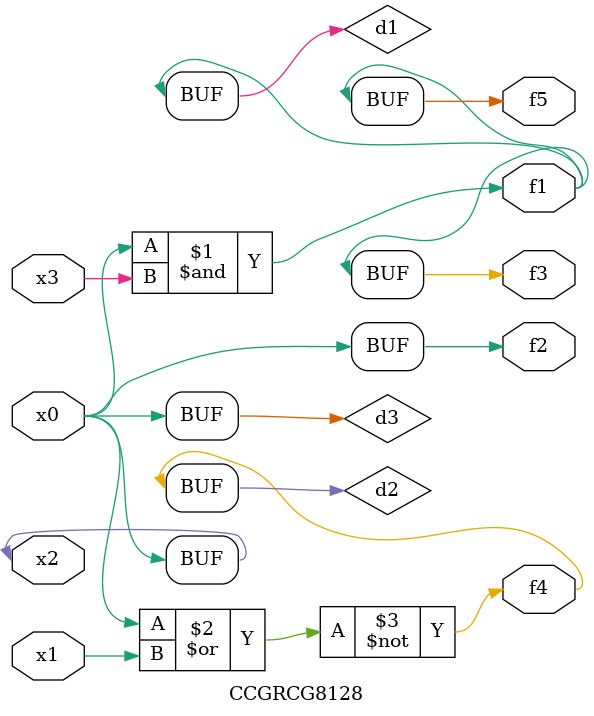
<source format=v>
module CCGRCG8128(
	input x0, x1, x2, x3,
	output f1, f2, f3, f4, f5
);

	wire d1, d2, d3;

	and (d1, x2, x3);
	nor (d2, x0, x1);
	buf (d3, x0, x2);
	assign f1 = d1;
	assign f2 = d3;
	assign f3 = d1;
	assign f4 = d2;
	assign f5 = d1;
endmodule

</source>
